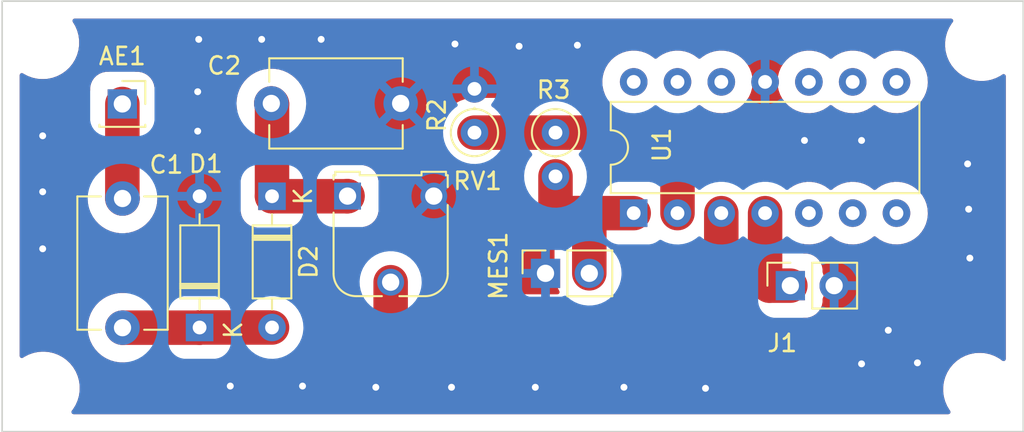
<source format=kicad_pcb>
(kicad_pcb (version 20211014) (generator pcbnew)
  (layers (0 "F.Cu" signal) (31 "B.Cu" signal) (34 "B.Paste" user) (35 "F.Paste" user) (36 "B.SilkS" user "B.Silkscreen") (37 "F.SilkS" user "F.Silkscreen") (38 "B.Mask" user) (39 "F.Mask" user) (44 "Edge.Cuts" user))
  (net 0 "")
  (net 1 "Net-(C1-Pad2)")
  (net 2 "GND")
  (net 3 "Net-(C2-Pad1)")
  (net 4 "Net-(R2-Pad1)")
  (net 5 "Net-(MES1-Pad2)")
  (net 6 "Net-(RV1-Pad2)")
  (net 7 "+VDC")
  (net 8 "Net-(AE1-Pad1)")
  (footprint "Capacitor_THT:C_Disc_D7.5mm_W5.0mm_P7.50mm" (layer "F.Cu") (at 102.73 79.34)
    (fp_text reference "C2" (at -2.73 -2.19) (layer "F.SilkS"))
    (fp_text value "0.01uF 500V" hide)
    (fp_line (start -0.12 2.62) (end 7.62 2.62) (layer "F.SilkS") (width 0.12))
    (fp_line (start 7.62 1.256) (end 7.62 2.62) (layer "F.SilkS") (width 0.12))
    (fp_line (start -0.12 1.256) (end -0.12 2.62) (layer "F.SilkS") (width 0.12))
    (fp_line (start -0.12 -2.62) (end 7.62 -2.62) (layer "F.SilkS") (width 0.12))
    (fp_line (start 7.62 -2.62) (end 7.62 -1.256) (layer "F.SilkS") (width 0.12))
    (fp_line (start -0.12 -2.62) (end -0.12 -1.256) (layer "F.SilkS") (width 0.12))
    (pad "1" thru_hole circle locked (at 0 0) (size 2 2) (drill 1) (layers *.Cu *.Mask) (net 3 "Net-(C2-Pad1)"))
    (pad "2" thru_hole circle locked (at 7.5 0) (size 2 2) (drill 1) (layers *.Cu *.Mask) (net 2 "GND"))
  )
  (footprint "MountingHole:MountingHole_2.2mm_M2" (layer "F.Cu") (at 89.5 95.87)
    (fp_text reference "H3" hide)
    (fp_text value "MountingHole" hide)
    (pad "" np_thru_hole circle (at 0 0) (size 2.2 2.2) (drill 2.2) (layers *.Cu *.Mask))
  )
  (footprint "Resistor_THT:R_Axial_DIN0207_L6.3mm_D2.5mm_P2.54mm_Vertical" (layer "F.Cu") (at 119.21 81.035 -90)
    (fp_text reference "R3" (at -2.475 0.11 180) (layer "F.SilkS"))
    (fp_text value "100k" hide)
    (fp_line (start 1.37 0) (end 1.44 0) (layer "F.SilkS") (width 0.12))
    (fp_circle (center 0 0) (end 1.37 0) (layer "F.SilkS") (width 0.12) (fill none))
    (pad "1" thru_hole circle locked (at 0 0 270) (size 1.6 1.6) (drill 0.8) (layers *.Cu *.Mask) (net 4 "Net-(R2-Pad1)"))
    (pad "2" thru_hole oval locked (at 2.54 0 270) (size 1.6 1.6) (drill 0.8) (layers *.Cu *.Mask) (net 5 "Net-(MES1-Pad2)"))
  )
  (footprint "Capacitor_THT:C_Disc_D7.5mm_W5.0mm_P7.50mm" (layer "F.Cu") (at 94.1 84.86 -90)
    (fp_text reference "C1" (at -1.96 -2.54) (layer "F.SilkS"))
    (fp_text value "0.01uF 500V" hide)
    (fp_line (start 7.62 1.256) (end 7.62 2.62) (layer "F.SilkS") (width 0.12))
    (fp_line (start -0.12 -2.62) (end -0.12 -1.256) (layer "F.SilkS") (width 0.12))
    (fp_line (start -0.12 1.256) (end -0.12 2.62) (layer "F.SilkS") (width 0.12))
    (fp_line (start -0.12 -2.62) (end 7.62 -2.62) (layer "F.SilkS") (width 0.12))
    (fp_line (start -0.12 2.62) (end 7.62 2.62) (layer "F.SilkS") (width 0.12))
    (fp_line (start 7.62 -2.62) (end 7.62 -1.256) (layer "F.SilkS") (width 0.12))
    (pad "1" thru_hole circle locked (at 0 0 270) (size 2 2) (drill 1) (layers *.Cu *.Mask) (net 8 "Net-(AE1-Pad1)"))
    (pad "2" thru_hole circle locked (at 7.5 0 270) (size 2 2) (drill 1) (layers *.Cu *.Mask) (net 1 "Net-(C1-Pad2)"))
  )
  (footprint "Potentiometer_THT:Potentiometer_Runtron_RM-065_Vertical" (layer "F.Cu") (at 107.15 84.72)
    (fp_text reference "RV1" (at 7.54 -0.87) (layer "F.SilkS"))
    (fp_text value "10k")
    (fp_line (start 0.71 -1.21) (end 4.29 -1.21) (layer "F.SilkS") (width 0.12))
    (fp_line (start 4.5 5.81) (end 3.01 5.81) (layer "F.SilkS") (width 0.12))
    (fp_line (start -0.71 -1.41) (end -0.71 -1.21) (layer "F.SilkS") (width 0.12))
    (fp_line (start -0.71 -1.21) (end -0.81 -1.21) (layer "F.SilkS") (width 0.12))
    (fp_line (start -0.71 -1.41) (end 0.71 -1.41) (layer "F.SilkS") (width 0.12))
    (fp_line (start -0.81 4.5) (end -0.81 0.96) (layer "F.SilkS") (width 0.12))
    (fp_line (start 5.81 0.52) (end 5.81 4.5) (layer "F.SilkS") (width 0.12))
    (fp_line (start 5.71 -1.21) (end 5.81 -1.21) (layer "F.SilkS") (width 0.12))
    (fp_line (start 1.99 5.81) (end 0.5 5.81) (layer "F.SilkS") (width 0.12))
    (fp_line (start 4.29 -1.41) (end 5.71 -1.41) (layer "F.SilkS") (width 0.12))
    (fp_line (start -0.81 -1.21) (end -0.81 -0.96) (layer "F.SilkS") (width 0.12))
    (fp_line (start 5.81 -1.21) (end 5.81 -0.52) (layer "F.SilkS") (width 0.12))
    (fp_line (start 0.71 -1.21) (end 0.71 -1.41) (layer "F.SilkS") (width 0.12))
    (fp_line (start 5.71 -1.41) (end 5.71 -1.21) (layer "F.SilkS") (width 0.12))
    (fp_line (start 4.29 -1.21) (end 4.29 -1.41) (layer "F.SilkS") (width 0.12))
    (fp_arc (start 5.81 4.5) (mid 5.42631 5.42631) (end 4.5 5.81) (layer "F.SilkS") (width 0.12))
    (fp_arc (start 0.5 5.81) (mid -0.42631 5.42631) (end -0.81 4.5) (layer "F.SilkS") (width 0.12))
    (pad "1" thru_hole rect (at 0 0) (size 1.56 1.56) (drill 1) (layers *.Cu *.Mask) (net 3 "Net-(C2-Pad1)"))
    (pad "2" thru_hole circle (at 2.5 5) (size 1.56 1.56) (drill 1) (layers *.Cu *.Mask) (net 6 "Net-(RV1-Pad2)"))
    (pad "3" thru_hole circle (at 5 0) (size 1.56 1.56) (drill 1) (layers *.Cu *.Mask) (net 2 "GND"))
  )
  (footprint "Connector_PinSocket_2.54mm:PinSocket_1x02_P2.54mm_Vertical" (layer "F.Cu") (at 118.63 89.205 90)
    (fp_text reference "MES1" (at 0.435 -2.73 90) (layer "F.SilkS"))
    (fp_text value "250uA" hide)
    (fp_line (start 0 -1.33) (end 1.33 -1.33) (layer "F.SilkS") (width 0.12))
    (fp_line (start -1.33 1.27) (end 1.33 1.27) (layer "F.SilkS") (width 0.12))
    (fp_line (start 1.33 1.27) (end 1.33 3.87) (layer "F.SilkS") (width 0.12))
    (fp_line (start -1.33 3.87) (end 1.33 3.87) (layer "F.SilkS") (width 0.12))
    (fp_line (start -1.33 1.27) (end -1.33 3.87) (layer "F.SilkS") (width 0.12))
    (fp_line (start 1.33 -1.33) (end 1.33 0) (layer "F.SilkS") (width 0.12))
    (pad "1" thru_hole rect locked (at 0 0 90) (size 1.7 1.7) (drill 1) (layers *.Cu *.Mask) (net 2 "GND"))
    (pad "2" thru_hole oval locked (at 0 2.54 90) (size 1.7 1.7) (drill 1) (layers *.Cu *.Mask) (net 5 "Net-(MES1-Pad2)"))
  )
  (footprint "Diode_THT:D_DO-35_SOD27_P7.62mm_Horizontal" (layer "F.Cu") (at 102.77 84.73 -90)
    (fp_text reference "D2" (at 3.81 -2.12 90) (layer "F.SilkS"))
    (fp_text value "1N5711" hide)
    (fp_text user "K" (at 0 -1.8 90) (layer "F.SilkS"))
    (fp_line (start 2.29 -1.12) (end 2.29 1.12) (layer "F.SilkS") (width 0.12))
    (fp_line (start 1.69 -1.12) (end 1.69 1.12) (layer "F.SilkS") (width 0.12))
    (fp_line (start 5.93 -1.12) (end 1.69 -1.12) (layer "F.SilkS") (width 0.12))
    (fp_line (start 6.58 0) (end 5.93 0) (layer "F.SilkS") (width 0.12))
    (fp_line (start 5.93 1.12) (end 5.93 -1.12) (layer "F.SilkS") (width 0.12))
    (fp_line (start 1.04 0) (end 1.69 0) (layer "F.SilkS") (width 0.12))
    (fp_line (start 2.53 -1.12) (end 2.53 1.12) (layer "F.SilkS") (width 0.12))
    (fp_line (start 2.41 -1.12) (end 2.41 1.12) (layer "F.SilkS") (width 0.12))
    (fp_line (start 1.69 1.12) (end 5.93 1.12) (layer "F.SilkS") (width 0.12))
    (pad "1" thru_hole rect locked (at 0 0 270) (size 1.6 1.6) (drill 0.8) (layers *.Cu *.Mask) (net 3 "Net-(C2-Pad1)"))
    (pad "2" thru_hole oval locked (at 7.62 0 270) (size 1.6 1.6) (drill 0.8) (layers *.Cu *.Mask) (net 1 "Net-(C1-Pad2)"))
  )
  (footprint "Resistor_THT:R_Axial_DIN0207_L6.3mm_D2.5mm_P2.54mm_Vertical" (layer "F.Cu") (at 114.51 81.035 90)
    (fp_text reference "R2" (at 1.005 -2.18 90) (layer "F.SilkS"))
    (fp_text value "2.2k" hide)
    (fp_line (start 1.37 0) (end 1.44 0) (layer "F.SilkS") (width 0.12))
    (fp_circle (center 0 0) (end 1.37 0) (layer "F.SilkS") (width 0.12) (fill none))
    (pad "1" thru_hole circle locked (at 0 0 90) (size 1.6 1.6) (drill 0.8) (layers *.Cu *.Mask) (net 4 "Net-(R2-Pad1)"))
    (pad "2" thru_hole oval locked (at 2.54 0 90) (size 1.6 1.6) (drill 0.8) (layers *.Cu *.Mask) (net 2 "GND"))
  )
  (footprint "Connector_PinSocket_2.54mm:PinSocket_1x01_P2.54mm_Vertical" (layer "F.Cu") (at 94.09 79.37)
    (fp_text reference "AE1" (at 0 -2.77) (layer "F.SilkS"))
    (fp_text value "Antenna" hide)
    (fp_line (start -1.33 1.21) (end -1.33 1.33) (layer "F.SilkS") (width 0.12))
    (fp_line (start 0 -1.33) (end 1.33 -1.33) (layer "F.SilkS") (width 0.12))
    (fp_line (start 1.33 1.21) (end 1.33 1.33) (layer "F.SilkS") (width 0.12))
    (fp_line (start 1.33 -1.33) (end 1.33 0) (layer "F.SilkS") (width 0.12))
    (fp_line (start -1.33 1.33) (end 1.33 1.33) (layer "F.SilkS") (width 0.12))
    (pad "1" thru_hole rect locked (at 0 0) (size 1.7 1.7) (drill 1) (layers *.Cu *.Mask) (net 8 "Net-(AE1-Pad1)"))
  )
  (footprint "MountingHole:MountingHole_2.2mm_M2" (layer "F.Cu") (at 143.92 75.92)
    (fp_text reference "H2" hide)
    (fp_text value "MountingHole" hide)
    (pad "" np_thru_hole circle (at 0 0) (size 2.2 2.2) (drill 2.2) (layers *.Cu *.Mask))
  )
  (footprint "MountingHole:MountingHole_2.2mm_M2" (layer "F.Cu") (at 89.47 75.81)
    (fp_text reference "H1" hide)
    (fp_text value "MountingHole" hide)
    (pad "" np_thru_hole circle (at 0 0) (size 2.2 2.2) (drill 2.2) (layers *.Cu *.Mask))
  )
  (footprint "Package_DIP:DIP-14_W7.62mm" (layer "F.Cu") (at 123.745 85.71 90)
    (fp_text reference "U1" (at 3.96 1.635 90) (layer "F.SilkS"))
    (fp_text value "LM324" hide)
    (fp_line (start 2.81 -1.33) (end 1.16 -1.33) (layer "F.SilkS") (width 0.12))
    (fp_line (start 6.46 16.57) (end 6.46 -1.33) (layer "F.SilkS") (width 0.12))
    (fp_line (start 6.46 -1.33) (end 4.81 -1.33) (layer "F.SilkS") (width 0.12))
    (fp_line (start 1.16 -1.33) (end 1.16 16.57) (layer "F.SilkS") (width 0.12))
    (fp_line (start 1.16 16.57) (end 6.46 16.57) (layer "F.SilkS") (width 0.12))
    (fp_arc (start 4.81 -1.33) (mid 3.81 -0.33) (end 2.81 -1.33) (layer "F.SilkS") (width 0.12))
    (pad "1" thru_hole rect locked (at 0 0 90) (size 1.6 1.6) (drill 0.8) (layers *.Cu *.Mask) (net 5 "Net-(MES1-Pad2)"))
    (pad "2" thru_hole oval locked (at 0 2.54 90) (size 1.6 1.6) (drill 0.8) (layers *.Cu *.Mask) (net 4 "Net-(R2-Pad1)"))
    (pad "3" thru_hole oval locked (at 0 5.08 90) (size 1.6 1.6) (drill 0.8) (layers *.Cu *.Mask) (net 6 "Net-(RV1-Pad2)"))
    (pad "4" thru_hole oval locked (at 0 7.62 90) (size 1.6 1.6) (drill 0.8) (layers *.Cu *.Mask) (net 7 "+VDC"))
    (pad "5" thru_hole oval locked (at 0 10.16 90) (size 1.6 1.6) (drill 0.8) (layers *.Cu *.Mask))
    (pad "6" thru_hole oval locked (at 0 12.7 90) (size 1.6 1.6) (drill 0.8) (layers *.Cu *.Mask))
    (pad "7" thru_hole oval locked (at 0 15.24 90) (size 1.6 1.6) (drill 0.8) (layers *.Cu *.Mask))
    (pad "8" thru_hole oval locked (at 7.62 15.24 90) (size 1.6 1.6) (drill 0.8) (layers *.Cu *.Mask))
    (pad "9" thru_hole oval locked (at 7.62 12.7 90) (size 1.6 1.6) (drill 0.8) (layers *.Cu *.Mask))
    (pad "10" thru_hole oval locked (at 7.62 10.16 90) (size 1.6 1.6) (drill 0.8) (layers *.Cu *.Mask))
    (pad "11" thru_hole oval locked (at 7.62 7.62 90) (size 1.6 1.6) (drill 0.8) (layers *.Cu *.Mask) (net 2 "GND"))
    (pad "12" thru_hole oval locked (at 7.62 5.08 90) (size 1.6 1.6) (drill 0.8) (layers *.Cu *.Mask))
    (pad "13" thru_hole oval locked (at 7.62 2.54 90) (size 1.6 1.6) (drill 0.8) (layers *.Cu *.Mask))
    (pad "14" thru_hole oval locked (at 7.62 0 90) (size 1.6 1.6) (drill 0.8) (layers *.Cu *.Mask))
  )
  (footprint "MountingHole:MountingHole_2.2mm_M2" (layer "F.Cu") (at 143.81 95.94)
    (fp_text reference "H4" hide)
    (fp_text value "MountingHole" hide)
    (pad "" np_thru_hole circle (at 0 0) (size 2.2 2.2) (drill 2.2) (layers *.Cu *.Mask))
  )
  (footprint "Diode_THT:D_DO-35_SOD27_P7.62mm_Horizontal" (layer "F.Cu") (at 98.57 92.35 90)
    (fp_text reference "D1" (at 9.5 0.36 180) (layer "F.SilkS"))
    (fp_text value "1N5711" hide)
    (fp_text user "K" (at -0.15 1.95 90) (layer "F.SilkS"))
    (fp_line (start 1.69 -1.12) (end 1.69 1.12) (layer "F.SilkS") (width 0.12))
    (fp_line (start 1.69 1.12) (end 5.93 1.12) (layer "F.SilkS") (width 0.12))
    (fp_line (start 2.29 -1.12) (end 2.29 1.12) (layer "F.SilkS") (width 0.12))
    (fp_line (start 5.93 1.12) (end 5.93 -1.12) (layer "F.SilkS") (width 0.12))
    (fp_line (start 2.41 -1.12) (end 2.41 1.12) (layer "F.SilkS") (width 0.12))
    (fp_line (start 2.53 -1.12) (end 2.53 1.12) (layer "F.SilkS") (width 0.12))
    (fp_line (start 5.93 -1.12) (end 1.69 -1.12) (layer "F.SilkS") (width 0.12))
    (fp_line (start 1.04 0) (end 1.69 0) (layer "F.SilkS") (width 0.12))
    (fp_line (start 6.58 0) (end 5.93 0) (layer "F.SilkS") (width 0.12))
    (pad "1" thru_hole rect locked (at 0 0 90) (size 1.6 1.6) (drill 0.8) (layers *.Cu *.Mask) (net 1 "Net-(C1-Pad2)"))
    (pad "2" thru_hole oval locked (at 7.62 0 90) (size 1.6 1.6) (drill 0.8) (layers *.Cu *.Mask) (net 2 "GND"))
  )
  (footprint "Connector_PinSocket_2.54mm:PinSocket_1x02_P2.54mm_Vertical" (layer "F.Cu") (at 132.83 89.92 90)
    (fp_text reference "J1" (at -3.34 -0.47 180) (layer "F.SilkS"))
    (fp_text value "Conn_01x02" hide)
    (fp_line (start -1.33 3.87) (end 1.33 3.87) (layer "F.SilkS") (width 0.12))
    (fp_line (start 1.33 1.27) (end 1.33 3.87) (layer "F.SilkS") (width 0.12))
    (fp_line (start -1.33 1.27) (end 1.33 1.27) (layer "F.SilkS") (width 0.12))
    (fp_line (start 0 -1.33) (end 1.33 -1.33) (layer "F.SilkS") (width 0.12))
    (fp_line (start 1.33 -1.33) (end 1.33 0) (layer "F.SilkS") (width 0.12))
    (fp_line (start -1.33 1.27) (end -1.33 3.87) (layer "F.SilkS") (width 0.12))
    (pad "1" thru_hole rect locked (at 0 0 90) (size 1.7 1.7) (drill 1) (layers *.Cu *.Mask) (net 7 "+VDC"))
    (pad "2" thru_hole oval locked (at 0 2.54 90) (size 1.7 1.7) (drill 1) (layers *.Cu *.Mask) (net 2 "GND"))
  )
  (gr_rect (start 87.12 73.4) (end 146.34 98.4) (layer "Edge.Cuts") (width 0.1) (fill none))
  (segment (start 102.77 92.35) (end 98.57 92.35) (width 2) (layer "F.Cu") (net 1))
  (segment (start 98.56 92.36) (end 98.57 92.35) (width 2) (layer "F.Cu") (net 1))
  (segment (start 94.1 92.36) (end 98.56 92.36) (width 2) (layer "F.Cu") (net 1))
  (via (at 98.46 78.66) (size 0.8) (drill 0.4) (layers "F.Cu" "B.Cu") (net 2))
  (via (at 136.96 81.49) (size 0.8) (drill 0.4) (layers "F.Cu" "B.Cu") (net 2))
  (via (at 138.51 92.51) (size 0.8) (drill 0.4) (layers "F.Cu" "B.Cu") (net 2))
  (via (at 143.17 85.48) (size 0.8) (drill 0.4) (layers "F.Cu" "B.Cu") (net 2))
  (via (at 120.48 75.96) (size 0.8) (drill 0.4) (layers "F.Cu" "B.Cu") (net 2))
  (via (at 143.11 82.85) (size 0.8) (drill 0.4) (layers "F.Cu" "B.Cu") (net 2))
  (via (at 98.46 80.95) (size 0.8) (drill 0.4) (layers "F.Cu" "B.Cu") (net 2))
  (via (at 98.52 75.62) (size 0.8) (drill 0.4) (layers "F.Cu" "B.Cu") (net 2))
  (via (at 104.54 95.75) (size 0.8) (drill 0.4) (layers "F.Cu" "B.Cu") (net 2))
  (via (at 133.65 81.49) (size 0.8) (drill 0.4) (layers "F.Cu" "B.Cu") (net 2))
  (via (at 89.47 81.22) (size 0.8) (drill 0.4) (layers "F.Cu" "B.Cu") (net 2))
  (via (at 89.47 87.78) (size 0.8) (drill 0.4) (layers "F.Cu" "B.Cu") (net 2))
  (via (at 143.24 88.32) (size 0.8) (drill 0.4) (layers "F.Cu" "B.Cu") (net 2))
  (via (at 100.35 95.75) (size 0.8) (drill 0.4) (layers "F.Cu" "B.Cu") (net 2))
  (via (at 127.91 95.88) (size 0.8) (drill 0.4) (layers "F.Cu" "B.Cu") (net 2))
  (via (at 113.38 75.89) (size 0.8) (drill 0.4) (layers "F.Cu" "B.Cu") (net 2))
  (via (at 89.47 84.47) (size 0.8) (drill 0.4) (layers "F.Cu" "B.Cu") (net 2))
  (via (at 102.17 75.62) (size 0.8) (drill 0.4) (layers "F.Cu" "B.Cu") (net 2))
  (via (at 123.18 95.82) (size 0.8) (drill 0.4) (layers "F.Cu" "B.Cu") (net 2))
  (via (at 113.18 95.82) (size 0.8) (drill 0.4) (layers "F.Cu" "B.Cu") (net 2))
  (via (at 108.79 95.82) (size 0.8) (drill 0.4) (layers "F.Cu" "B.Cu") (net 2))
  (via (at 117.1 76.02) (size 0.8) (drill 0.4) (layers "F.Cu" "B.Cu") (net 2))
  (via (at 105.62 75.62) (size 0.8) (drill 0.4) (layers "F.Cu" "B.Cu") (net 2))
  (via (at 136.96 94.46) (size 0.8) (drill 0.4) (layers "F.Cu" "B.Cu") (net 2))
  (via (at 140.2 94.4) (size 0.8) (drill 0.4) (layers "F.Cu" "B.Cu") (net 2))
  (via (at 118.04 95.82) (size 0.8) (drill 0.4) (layers "F.Cu" "B.Cu") (net 2))
  (segment (start 102.77 84.73) (end 102.77 79.38) (width 2) (layer "F.Cu") (net 3))
  (segment (start 107.14 84.73) (end 107.15 84.72) (width 2) (layer "F.Cu") (net 3))
  (segment (start 102.77 84.73) (end 107.14 84.73) (width 2) (layer "F.Cu") (net 3))
  (segment (start 102.77 79.38) (end 102.73 79.34) (width 2) (layer "F.Cu") (net 3))
  (segment (start 114.51 81.035) (end 119.21 81.035) (width 2) (layer "F.Cu") (net 4))
  (segment (start 119.21 81.035) (end 125.925 81.035) (width 2) (layer "F.Cu") (net 4))
  (segment (start 125.925 81.035) (end 126.285 81.395) (width 2) (layer "F.Cu") (net 4))
  (segment (start 126.285 81.395) (end 126.285 85.71) (width 2) (layer "F.Cu") (net 4))
  (segment (start 119.36 85.71) (end 119.21 85.56) (width 2) (layer "F.Cu") (net 5))
  (segment (start 121.17 89.205) (end 121.17 86.45) (width 2) (layer "F.Cu") (net 5))
  (segment (start 121.17 86.45) (end 120.43 85.71) (width 2) (layer "F.Cu") (net 5))
  (segment (start 119.21 85.56) (end 119.21 83.575) (width 2) (layer "F.Cu") (net 5))
  (segment (start 120.43 85.71) (end 119.36 85.71) (width 2) (layer "F.Cu") (net 5))
  (segment (start 123.745 85.71) (end 120.43 85.71) (width 2) (layer "F.Cu") (net 5))
  (segment (start 109.82 92.44) (end 109.65 92.27) (width 2) (layer "F.Cu") (net 6))
  (segment (start 128.61 92.44) (end 109.82 92.44) (width 2) (layer "F.Cu") (net 6))
  (segment (start 128.825 85.71) (end 128.825 92.225) (width 2) (layer "F.Cu") (net 6))
  (segment (start 109.65 92.27) (end 109.65 89.72) (width 2) (layer "F.Cu") (net 6))
  (segment (start 128.825 92.225) (end 128.61 92.44) (width 2) (layer "F.Cu") (net 6))
  (segment (start 132.83 89.92) (end 131.61 89.92) (width 2) (layer "F.Cu") (net 7))
  (segment (start 131.365 89.675) (end 131.365 85.71) (width 2) (layer "F.Cu") (net 7))
  (segment (start 131.61 89.92) (end 131.365 89.675) (width 2) (layer "F.Cu") (net 7))
  (segment (start 94.09 84.85) (end 94.1 84.86) (width 2) (layer "F.Cu") (net 8))
  (segment (start 94.09 79.37) (end 94.09 84.85) (width 2) (layer "F.Cu") (net 8))
  (zone (net 2) (net_name "GND") (layer "F.Cu") (connect_pads yes (clearance 1.016)) (min_thickness 0.254) (fill yes (thermal_gap 0.508) (thermal_bridge_width 0.508))
    (polygon (pts (xy 146.315483 73.395433) (xy 146.275483 98.395433) (xy 87.120384 98.360582) (xy 87.110384 73.400582) (xy 142.92 73.36)))
  )
  (zone (net 2) (net_name "GND") (layer "B.Cu") (connect_pads (clearance 1.016)) (min_thickness 0.254) (fill yes (thermal_gap 0.508) (thermal_bridge_width 0.508))
    (polygon (pts (xy 146.35 98.4) (xy 87.13 98.38) (xy 87.13 73.4) (xy 146.33 73.4)))
  )
)
</source>
